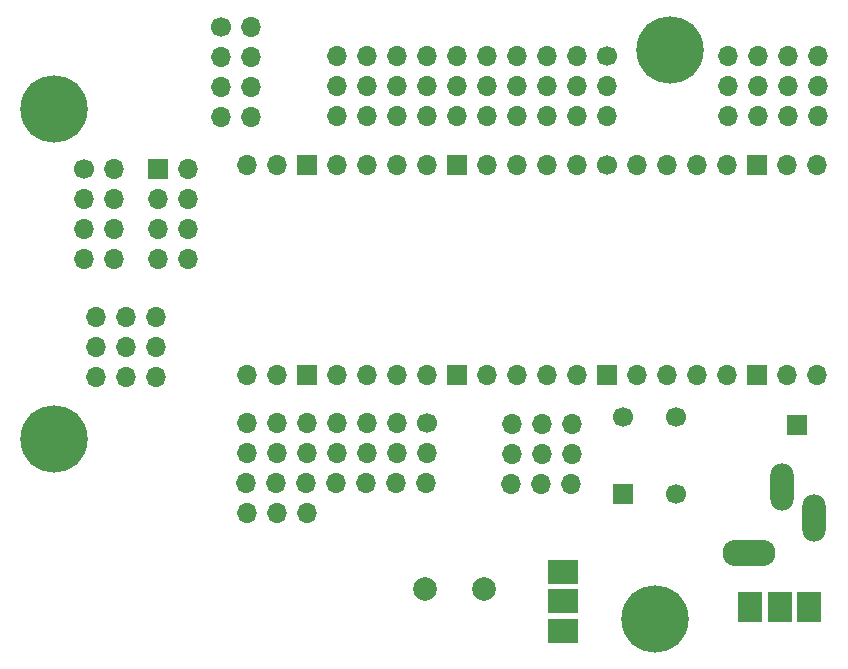
<source format=gbr>
%TF.GenerationSoftware,KiCad,Pcbnew,(6.0.9-0)*%
%TF.CreationDate,2023-04-03T15:52:03-04:00*%
%TF.ProjectId,rcc-pico,7263632d-7069-4636-9f2e-6b696361645f,rev?*%
%TF.SameCoordinates,Original*%
%TF.FileFunction,Soldermask,Bot*%
%TF.FilePolarity,Negative*%
%FSLAX46Y46*%
G04 Gerber Fmt 4.6, Leading zero omitted, Abs format (unit mm)*
G04 Created by KiCad (PCBNEW (6.0.9-0)) date 2023-04-03 15:52:03*
%MOMM*%
%LPD*%
G01*
G04 APERTURE LIST*
%ADD10C,1.700000*%
%ADD11O,1.700000X1.700000*%
%ADD12R,1.700000X1.700000*%
%ADD13C,5.700000*%
%ADD14R,2.000000X2.550000*%
%ADD15R,2.550000X2.000000*%
%ADD16C,2.000000*%
%ADD17O,4.500000X2.250000*%
%ADD18O,2.000000X4.000000*%
G04 APERTURE END LIST*
D10*
%TO.C,J10*%
X82200000Y-100317500D03*
D11*
X82200000Y-102857500D03*
X82200000Y-105397500D03*
X82200000Y-107937500D03*
X84740000Y-100317500D03*
X84740000Y-102857500D03*
X84740000Y-105397500D03*
X84740000Y-107937500D03*
%TD*%
%TO.C,J4*%
X144340000Y-90750000D03*
X141800000Y-90750000D03*
X139260000Y-90750000D03*
X136720000Y-90750000D03*
X144340000Y-93290000D03*
X141800000Y-93290000D03*
X139260000Y-93290000D03*
X136720000Y-93290000D03*
X144330000Y-95830000D03*
X141790000Y-95830000D03*
X139250000Y-95830000D03*
X136710000Y-95830000D03*
%TD*%
D10*
%TO.C,J9*%
X111175000Y-121825000D03*
D11*
X108635000Y-121825000D03*
X106095000Y-121825000D03*
X103555000Y-121825000D03*
X101015000Y-121825000D03*
X98475000Y-121825000D03*
X95935000Y-121825000D03*
X111175000Y-124365000D03*
X108635000Y-124365000D03*
X106095000Y-124365000D03*
X103555000Y-124365000D03*
X101015000Y-124365000D03*
X98475000Y-124365000D03*
X95935000Y-124365000D03*
X111165000Y-126905000D03*
X108625000Y-126905000D03*
X106085000Y-126905000D03*
X103545000Y-126905000D03*
X101005000Y-126905000D03*
X98465000Y-126905000D03*
X95925000Y-126905000D03*
X101015000Y-129445000D03*
X98475000Y-129445000D03*
X95935000Y-129445000D03*
%TD*%
%TO.C,U4*%
X144230000Y-100015200D03*
X141690000Y-100015200D03*
D12*
X139150000Y-100015200D03*
D11*
X136610000Y-100015200D03*
X134070000Y-100015200D03*
X131530000Y-100015200D03*
X128990000Y-100015200D03*
D10*
X126450000Y-100015200D03*
D11*
X123910000Y-100015200D03*
X121370000Y-100015200D03*
X118830000Y-100015200D03*
X116290000Y-100015200D03*
D12*
X113750000Y-100015200D03*
D11*
X111210000Y-100015200D03*
X108670000Y-100015200D03*
X106130000Y-100015200D03*
X103590000Y-100015200D03*
D12*
X101050000Y-100015200D03*
D11*
X98510000Y-100015200D03*
X95970000Y-100015200D03*
X95970000Y-117795200D03*
X98510000Y-117795200D03*
D12*
X101050000Y-117795200D03*
D11*
X103590000Y-117795200D03*
X106130000Y-117795200D03*
X108670000Y-117795200D03*
X111210000Y-117795200D03*
D12*
X113750000Y-117795200D03*
D11*
X116290000Y-117795200D03*
X118830000Y-117795200D03*
X121370000Y-117795200D03*
X123910000Y-117795200D03*
D12*
X126450000Y-117795200D03*
D11*
X128990000Y-117795200D03*
X131530000Y-117795200D03*
X134070000Y-117795200D03*
X136610000Y-117795200D03*
D12*
X139150000Y-117795200D03*
D11*
X141690000Y-117795200D03*
X144230000Y-117795200D03*
%TD*%
D13*
%TO.C,H1*%
X131800000Y-90200000D03*
%TD*%
D11*
%TO.C,J8*%
X123460000Y-121935000D03*
X120920000Y-121935000D03*
X118380000Y-121935000D03*
X123460000Y-124475000D03*
X120920000Y-124475000D03*
X118380000Y-124475000D03*
X123450000Y-127015000D03*
X120910000Y-127015000D03*
X118370000Y-127015000D03*
%TD*%
D12*
%TO.C,J7*%
X88450000Y-100317500D03*
D11*
X88450000Y-102857500D03*
X88450000Y-105397500D03*
X88450000Y-107937500D03*
X90990000Y-100317500D03*
X90990000Y-102857500D03*
X90990000Y-105397500D03*
X90990000Y-107937500D03*
%TD*%
D14*
%TO.C,SW-on/off1*%
X143575000Y-137400000D03*
X141075000Y-137400000D03*
X138575000Y-137400000D03*
%TD*%
D13*
%TO.C,H2*%
X130525000Y-138450000D03*
%TD*%
%TO.C,H3*%
X79625000Y-95275000D03*
%TD*%
D10*
%TO.C,SW1*%
X127825000Y-121300000D03*
D12*
X127825000Y-127800000D03*
D10*
X132325000Y-127800000D03*
X132325000Y-121300000D03*
%TD*%
%TO.C,J5*%
X126455000Y-90735000D03*
D11*
X123915000Y-90735000D03*
X121375000Y-90735000D03*
X118835000Y-90735000D03*
X116295000Y-90735000D03*
X113755000Y-90735000D03*
X111215000Y-90735000D03*
X108675000Y-90735000D03*
X106135000Y-90735000D03*
X103595000Y-90735000D03*
X126455000Y-93275000D03*
X123915000Y-93275000D03*
X121375000Y-93275000D03*
X118835000Y-93275000D03*
X116295000Y-93275000D03*
X113755000Y-93275000D03*
X111215000Y-93275000D03*
X108675000Y-93275000D03*
X106135000Y-93275000D03*
X103595000Y-93275000D03*
X126445000Y-95815000D03*
X123905000Y-95815000D03*
X121365000Y-95815000D03*
X118825000Y-95815000D03*
X116285000Y-95815000D03*
X113745000Y-95815000D03*
X111205000Y-95815000D03*
X108665000Y-95815000D03*
X106125000Y-95815000D03*
X103585000Y-95815000D03*
%TD*%
D15*
%TO.C,SW-on/off2*%
X122700000Y-139412500D03*
X122700000Y-136912500D03*
X122700000Y-134412500D03*
%TD*%
D11*
%TO.C,J3*%
X83175000Y-117905000D03*
X85715000Y-117905000D03*
X88255000Y-117905000D03*
X83175000Y-115365000D03*
X85715000Y-115365000D03*
X88255000Y-115365000D03*
X83185000Y-112825000D03*
X85725000Y-112825000D03*
X88265000Y-112825000D03*
%TD*%
D13*
%TO.C,H4*%
X79675000Y-123200000D03*
%TD*%
D10*
%TO.C,J6*%
X93800000Y-88325000D03*
D11*
X96340000Y-88325000D03*
X93800000Y-90865000D03*
X96340000Y-90865000D03*
X93800000Y-93405000D03*
X96340000Y-93405000D03*
X93800000Y-95945000D03*
X96340000Y-95945000D03*
%TD*%
D12*
%TO.C,TP1*%
X142550000Y-121950000D03*
%TD*%
D16*
%TO.C,J2*%
X116025000Y-135837500D03*
X111025000Y-135837500D03*
%TD*%
D17*
%TO.C,J1*%
X138475000Y-132800000D03*
D18*
X143975000Y-129850000D03*
X141275000Y-127250000D03*
%TD*%
M02*

</source>
